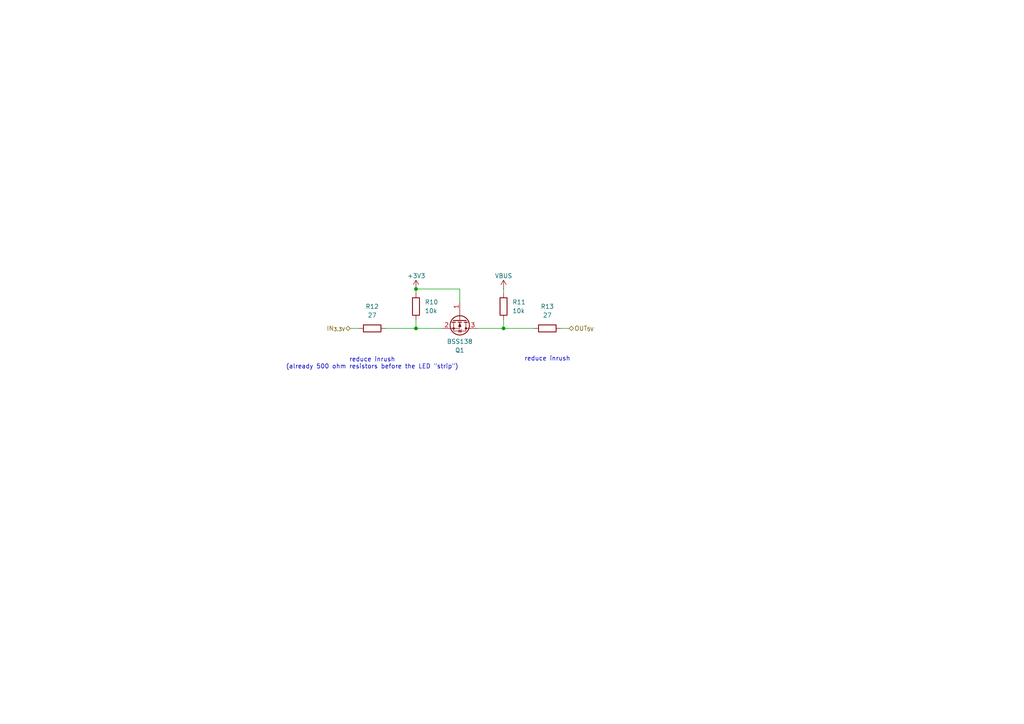
<source format=kicad_sch>
(kicad_sch (version 20231120) (generator "eeschema") (generator_version "8.0")
  (paper "A4")
  (lib_symbols
    (symbol "Device:R" (pin_numbers hide) (pin_names (offset 0))
      (property "Reference" "R" (at 2.032 0 90))
      (property "Value" "R" (at 0 0 90))
      (symbol "R_0_1"
        (rectangle (start -1.016 -2.54) (end 1.016 2.54) (stroke (width 0.254)))
      )
      (symbol "R_1_1"
        (pin passive line (at 0 3.81 270) (length 1.27) (name "~") (number "1"))
        (pin passive line (at 0 -3.81 90) (length 1.27) (name "~") (number "2"))
      )
    )
    (symbol "Transistor_FET:BSS138" (pin_names hide)
      (property "Reference" "Q" (at 5.08 1.905 0))
      (property "Value" "BSS138" (at 5.08 0 0))
      (symbol "BSS138_0_1"
        (polyline (pts (xy 0.254 0) (xy -2.54 0)))
        (polyline (pts (xy 0.254 1.905) (xy 0.254 -1.905)) (stroke (width 0.254)))
        (polyline (pts (xy 0.762 -1.27) (xy 0.762 -2.286)) (stroke (width 0.254)))
        (polyline (pts (xy 0.762 0.508) (xy 0.762 -0.508)) (stroke (width 0.254)))
        (polyline (pts (xy 0.762 2.286) (xy 0.762 1.27)) (stroke (width 0.254)))
        (polyline (pts (xy 2.54 2.54) (xy 2.54 1.778)))
        (polyline (pts (xy 2.54 -2.54) (xy 2.54 0) (xy 0.762 0)))
        (polyline (pts (xy 0.762 -1.778) (xy 3.302 -1.778) (xy 3.302 1.778) (xy 0.762 1.778)))
        (polyline (pts (xy 1.016 0) (xy 2.032 0.381) (xy 2.032 -0.381) (xy 1.016 0)) (fill (type outline)))
        (polyline (pts (xy 2.794 0.508) (xy 2.921 0.381) (xy 3.683 0.381) (xy 3.81 0.254)))
        (polyline (pts (xy 3.302 0.381) (xy 2.921 -0.254) (xy 3.683 -0.254) (xy 3.302 0.381)))
        (circle (center 1.651 0) (radius 2.794) (stroke (width 0.254)))
        (circle (center 2.54 -1.778) (radius 0.254) (fill (type outline)))
        (circle (center 2.54 1.778) (radius 0.254) (fill (type outline)))
      )
      (symbol "BSS138_1_1"
        (pin input line (at -5.08 0 0) (length 2.54) (name "G") (number "1"))
        (pin passive line (at 2.54 -5.08 90) (length 2.54) (name "S") (number "2"))
        (pin passive line (at 2.54 5.08 270) (length 2.54) (name "D") (number "3"))
      )
    )
    (symbol "power:+3V3" (power) (pin_numbers hide) (pin_names (offset 0) hide)
      (property "Value" "+3V3" (at 0 3.556 0))
      (symbol "+3V3_0_1"
        (polyline (pts (xy -0.762 1.27) (xy 0 2.54)))
        (polyline (pts (xy 0 0) (xy 0 2.54)))
        (polyline (pts (xy 0 2.54) (xy 0.762 1.27)))
      )
      (symbol "+3V3_1_1"
        (pin power_in line (at 0 0 90) (length 0) (name "~") (number "1"))
      )
    )
    (symbol "power:VBUS" (power) (pin_numbers hide) (pin_names (offset 0) hide)
      (property "Value" "VBUS" (at 0 3.556 0))
      (symbol "VBUS_0_1"
        (polyline (pts (xy -0.762 1.27) (xy 0 2.54)))
        (polyline (pts (xy 0 0) (xy 0 2.54)))
        (polyline (pts (xy 0 2.54) (xy 0.762 1.27)))
      )
      (symbol "VBUS_1_1"
        (pin power_in line (at 0 0 90) (length 0) (name "~") (number "1"))
      )
    )
  )
  (junction (at 120.65 83.82))
  (junction (at 120.65 95.25))
  (junction (at 146.05 95.25))
  (wire (pts (xy 138.43 95.25) (xy 146.05 95.25)))
  (wire (pts (xy 162.56 95.25) (xy 165.1 95.25)))
  (wire (pts (xy 111.76 95.25) (xy 120.65 95.25)))
  (wire (pts (xy 101.6 95.25) (xy 104.14 95.25)))
  (wire (pts (xy 146.05 92.71) (xy 146.05 95.25)))
  (wire (pts (xy 146.05 85.09) (xy 146.05 83.82)))
  (wire (pts (xy 120.65 95.25) (xy 128.27 95.25)))
  (wire (pts (xy 120.65 83.82) (xy 120.65 85.09)))
  (wire (pts (xy 133.35 87.63) (xy 133.35 83.82)))
  (wire (pts (xy 120.65 92.71) (xy 120.65 95.25)))
  (wire (pts (xy 146.05 95.25) (xy 154.94 95.25)))
  (wire (pts (xy 133.35 83.82) (xy 120.65 83.82)))
  (text "reduce inrush" (at 158.75 104.14 0) (effects (font (size 1.27 1.27))))
  (text "reduce inrush\n(already 500 ohm resistors before the LED \"strip\")" (at 107.95 105.41 0) (effects (font (size 1.27 1.27))))
  (hierarchical_label "OUT_{5V}" (shape bidirectional) (at 165.1 95.25 0))
  (hierarchical_label "IN_{3.3V}" (shape bidirectional) (at 101.6 95.25 180))
  (symbol (lib_id "Device:R") (at 120.65 88.9 0) (unit 1)
    (property "Reference" "R10" (at 123.19 87.6299 0) (effects (justify left)))
    (property "Value" "10k" (at 123.19 90.1699 0) (effects (justify left)))
    (property "Footprint" "Resistor_SMD:R_0402_1005Metric" (effects (hide yes)))
    (property "Description" "Resistor" (effects (hide yes)))
    (property "LCSC" "C25744" (effects (hide yes)))
    (property "MPN" "0402WGF1002TCE" (effects (hide yes)))
    (property "Manufacturer" "UNIROYAL" (effects (hide yes)))
    (property "Type" "SMD" (effects (hide yes)))
  )
  (symbol (lib_id "power:VBUS") (at 146.05 83.82 0) (unit 1)
    (property "Reference" "#PWR0223" (effects (hide yes)))
    (property "Value" "VBUS" (at 146.05 80.01 0))
    (property "Description" "Power symbol creates a global label with name \"VBUS\"" (effects (hide yes)))
  )
  (symbol (lib_id "Transistor_FET:BSS138") (at 133.35 92.71 270) (unit 1)
    (property "Reference" "Q1" (at 133.35 101.6 90))
    (property "Value" "BSS138" (at 133.35 99.06 90))
    (property "Footprint" "Package_TO_SOT_SMD:SOT-23" (effects (hide yes)))
    (property "Datasheet" "https://www.onsemi.com/pub/Collateral/BSS138-D.PDF" (effects (hide yes)))
    (property "Description" "50V Vds, 0.22A Id, N-Channel MOSFET, SOT-23" (effects (hide yes)))
    (property "LCSC" "C52895" (effects (hide yes)))
    (property "MPN" "BSS138" (effects (hide yes)))
    (property "Manufacturer" "ONSEMI" (effects (hide yes)))
    (property "Type" "SMD" (effects (hide yes)))
  )
  (symbol (lib_id "Device:R") (at 107.95 95.25 90) (unit 1)
    (property "Reference" "R12" (at 107.95 88.9 90))
    (property "Value" "27" (at 107.95 91.44 90))
    (property "Footprint" "Resistor_SMD:R_0402_1005Metric" (effects (hide yes)))
    (property "Description" "Resistor" (effects (hide yes)))
    (property "LCSC" "C25100" (effects (hide yes)))
    (property "MPN" "0402WGF270JTCE" (effects (hide yes)))
    (property "Manufacturer" "UNIROYAL" (effects (hide yes)))
    (property "Type" "SMD" (effects (hide yes)))
  )
  (symbol (lib_id "Device:R") (at 158.75 95.25 90) (unit 1)
    (property "Reference" "R13" (at 158.75 88.9 90))
    (property "Value" "27" (at 158.75 91.44 90))
    (property "Footprint" "Resistor_SMD:R_0402_1005Metric" (effects (hide yes)))
    (property "Description" "Resistor" (effects (hide yes)))
    (property "LCSC" "C25100" (effects (hide yes)))
    (property "MPN" "0402WGF270JTCE" (effects (hide yes)))
    (property "Manufacturer" "UNIROYAL" (effects (hide yes)))
    (property "Type" "SMD" (effects (hide yes)))
  )
  (symbol (lib_id "Device:R") (at 146.05 88.9 0) (unit 1)
    (property "Reference" "R11" (at 148.59 87.6299 0) (effects (justify left)))
    (property "Value" "10k" (at 148.59 90.1699 0) (effects (justify left)))
    (property "Footprint" "Resistor_SMD:R_0402_1005Metric" (effects (hide yes)))
    (property "Description" "Resistor" (effects (hide yes)))
    (property "LCSC" "C25744" (effects (hide yes)))
    (property "MPN" "0402WGF1002TCE" (effects (hide yes)))
    (property "Manufacturer" "UNIROYAL" (effects (hide yes)))
    (property "Type" "SMD" (effects (hide yes)))
  )
  (symbol (lib_id "power:+3V3") (at 120.65 83.82 0) (unit 1)
    (property "Reference" "#PWR0222" (effects (hide yes)))
    (property "Value" "+3V3" (at 118.11 80.01 0) (effects (justify left)))
    (property "Description" "Power symbol creates a global label with name \"+3V3\"" (effects (hide yes)))
  )
)
</source>
